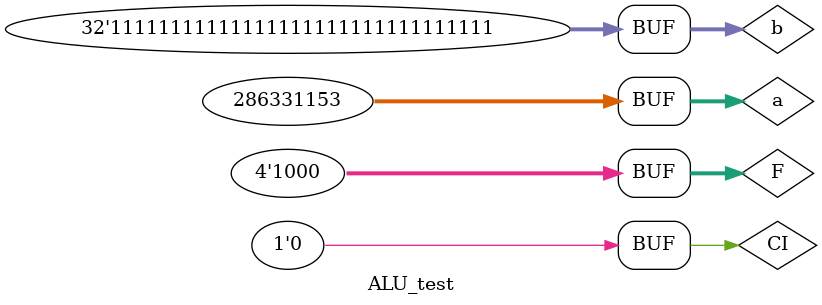
<source format=v>
`timescale 1ns / 1ps

module ALU_test(

    );
    reg [31:0] a, b;
    reg CI;
    reg [3:0] F;
    reg [1:0] dir;
    reg [4:0] bite;
    wire [31:0] S;
    wire CO;
    wire overflow;
    wire zero;
    wire symbol;
    
    ALU_32bit alu(a, b, CI, F, dir, bite, S, CO, overflow, zero, symbol);
    initial
    begin
    //´®ÐÐ¼Ó·¨
        F = 4'b0000;
        CI = 1'b0;
        a = 32'h12340000;
        b = 32'h23450000;
    #20
        a = 32'hf1111111;
        b = 32'he1111111;
    #20
        a = 32'h00000000;
        b = 32'h00000000;
    //²¢ÐÐ¼Ó·¨
    #20
        F = 4'b0001;
        CI = 1'b0;
        a = 32'h12340000;
        b = 32'h23450000;
    #20
        a = 32'hf1111111;
        b = 32'he1111111;
    #20
        a = 32'h00000000;
        b = 32'h00000000;
    //Âß¼­·Ç
    #20
        F = 4'b0110;
        a = 32'hffffffff;
    #20
        a = 32'h00000000;
    #20
        a = 32'h11111111;
    //Âß¼­Óë
    #20
        F = 4'b0100;
        a = 32'hffffffff;
        b = 32'h00000000;
    #20
        a = 32'h00000000;
        b = 32'h11111111;
    #20
        a = 32'h11111111;
        b = 32'hffffffff;
    //Âß¼­»ò
    #20
        F = 4'b0101;
        a = 32'hffffffff;
        b = 32'h00000000;
    #20
        a = 32'h00000000;
        b = 32'h11111111;
    #20
        a = 32'h11111111;
        b = 32'hffffffff;
    //Âß¼­Òì»ò
    #20
        F = 4'b0111;
        a = 32'hffffffff;
        b = 32'h00000000;
    #20
        a = 32'h00000000;
        b = 32'h11111111;
    #20
        a = 32'h11111111;
        b = 32'hffffffff;
    //Âß¼­»ò·Ç
    #20
        F = 4'b1000;
        a = 32'hffffffff;
        b = 32'h00000000;
    #20
        a = 32'h00000000;
        b = 32'h11111111;
    #20
        a = 32'h11111111;
        b = 32'hffffffff;
    end
    
endmodule

</source>
